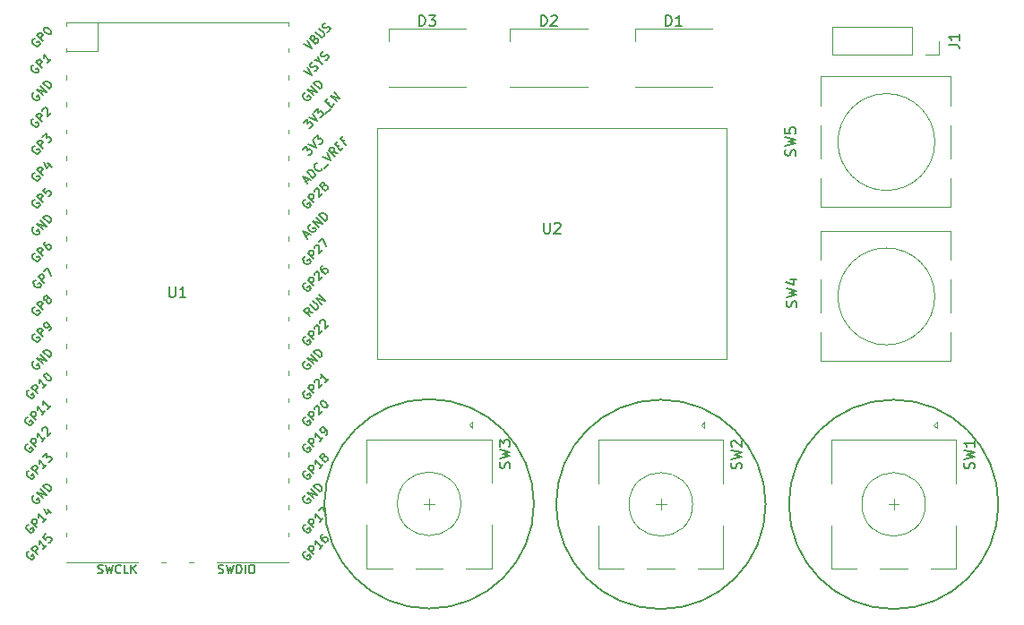
<source format=gbr>
%TF.GenerationSoftware,KiCad,Pcbnew,(6.0.7-1)-1*%
%TF.CreationDate,2022-09-01T12:29:15-04:00*%
%TF.ProjectId,pico-color-picker,7069636f-2d63-46f6-9c6f-722d7069636b,rev?*%
%TF.SameCoordinates,Original*%
%TF.FileFunction,Legend,Top*%
%TF.FilePolarity,Positive*%
%FSLAX46Y46*%
G04 Gerber Fmt 4.6, Leading zero omitted, Abs format (unit mm)*
G04 Created by KiCad (PCBNEW (6.0.7-1)-1) date 2022-09-01 12:29:15*
%MOMM*%
%LPD*%
G01*
G04 APERTURE LIST*
%ADD10C,0.200000*%
%ADD11C,0.150000*%
%ADD12C,0.120000*%
G04 APERTURE END LIST*
D10*
X126400000Y-111050000D02*
G75*
G03*
X126400000Y-111050000I-9900000J0D01*
G01*
X148300000Y-111100000D02*
G75*
G03*
X148300000Y-111100000I-9900000J0D01*
G01*
X170300000Y-111100000D02*
G75*
G03*
X170300000Y-111100000I-9900000J0D01*
G01*
D11*
%TO.C,SW3*%
X124104761Y-107683333D02*
X124152380Y-107540476D01*
X124152380Y-107302380D01*
X124104761Y-107207142D01*
X124057142Y-107159523D01*
X123961904Y-107111904D01*
X123866666Y-107111904D01*
X123771428Y-107159523D01*
X123723809Y-107207142D01*
X123676190Y-107302380D01*
X123628571Y-107492857D01*
X123580952Y-107588095D01*
X123533333Y-107635714D01*
X123438095Y-107683333D01*
X123342857Y-107683333D01*
X123247619Y-107635714D01*
X123200000Y-107588095D01*
X123152380Y-107492857D01*
X123152380Y-107254761D01*
X123200000Y-107111904D01*
X123152380Y-106778571D02*
X124152380Y-106540476D01*
X123438095Y-106350000D01*
X124152380Y-106159523D01*
X123152380Y-105921428D01*
X123152380Y-105635714D02*
X123152380Y-105016666D01*
X123533333Y-105350000D01*
X123533333Y-105207142D01*
X123580952Y-105111904D01*
X123628571Y-105064285D01*
X123723809Y-105016666D01*
X123961904Y-105016666D01*
X124057142Y-105064285D01*
X124104761Y-105111904D01*
X124152380Y-105207142D01*
X124152380Y-105492857D01*
X124104761Y-105588095D01*
X124057142Y-105635714D01*
%TO.C,SW1*%
X168004761Y-107733333D02*
X168052380Y-107590476D01*
X168052380Y-107352380D01*
X168004761Y-107257142D01*
X167957142Y-107209523D01*
X167861904Y-107161904D01*
X167766666Y-107161904D01*
X167671428Y-107209523D01*
X167623809Y-107257142D01*
X167576190Y-107352380D01*
X167528571Y-107542857D01*
X167480952Y-107638095D01*
X167433333Y-107685714D01*
X167338095Y-107733333D01*
X167242857Y-107733333D01*
X167147619Y-107685714D01*
X167100000Y-107638095D01*
X167052380Y-107542857D01*
X167052380Y-107304761D01*
X167100000Y-107161904D01*
X167052380Y-106828571D02*
X168052380Y-106590476D01*
X167338095Y-106400000D01*
X168052380Y-106209523D01*
X167052380Y-105971428D01*
X168052380Y-105066666D02*
X168052380Y-105638095D01*
X168052380Y-105352380D02*
X167052380Y-105352380D01*
X167195238Y-105447619D01*
X167290476Y-105542857D01*
X167338095Y-105638095D01*
%TO.C,U2*%
X127338095Y-84479380D02*
X127338095Y-85288904D01*
X127385714Y-85384142D01*
X127433333Y-85431761D01*
X127528571Y-85479380D01*
X127719047Y-85479380D01*
X127814285Y-85431761D01*
X127861904Y-85384142D01*
X127909523Y-85288904D01*
X127909523Y-84479380D01*
X128338095Y-84574619D02*
X128385714Y-84527000D01*
X128480952Y-84479380D01*
X128719047Y-84479380D01*
X128814285Y-84527000D01*
X128861904Y-84574619D01*
X128909523Y-84669857D01*
X128909523Y-84765095D01*
X128861904Y-84907952D01*
X128290476Y-85479380D01*
X128909523Y-85479380D01*
%TO.C,J1*%
X165602380Y-67633333D02*
X166316666Y-67633333D01*
X166459523Y-67680952D01*
X166554761Y-67776190D01*
X166602380Y-67919047D01*
X166602380Y-68014285D01*
X166602380Y-66633333D02*
X166602380Y-67204761D01*
X166602380Y-66919047D02*
X165602380Y-66919047D01*
X165745238Y-67014285D01*
X165840476Y-67109523D01*
X165888095Y-67204761D01*
%TO.C,SW2*%
X146004761Y-107733333D02*
X146052380Y-107590476D01*
X146052380Y-107352380D01*
X146004761Y-107257142D01*
X145957142Y-107209523D01*
X145861904Y-107161904D01*
X145766666Y-107161904D01*
X145671428Y-107209523D01*
X145623809Y-107257142D01*
X145576190Y-107352380D01*
X145528571Y-107542857D01*
X145480952Y-107638095D01*
X145433333Y-107685714D01*
X145338095Y-107733333D01*
X145242857Y-107733333D01*
X145147619Y-107685714D01*
X145100000Y-107638095D01*
X145052380Y-107542857D01*
X145052380Y-107304761D01*
X145100000Y-107161904D01*
X145052380Y-106828571D02*
X146052380Y-106590476D01*
X145338095Y-106400000D01*
X146052380Y-106209523D01*
X145052380Y-105971428D01*
X145147619Y-105638095D02*
X145100000Y-105590476D01*
X145052380Y-105495238D01*
X145052380Y-105257142D01*
X145100000Y-105161904D01*
X145147619Y-105114285D01*
X145242857Y-105066666D01*
X145338095Y-105066666D01*
X145480952Y-105114285D01*
X146052380Y-105685714D01*
X146052380Y-105066666D01*
%TO.C,D3*%
X115561904Y-65852380D02*
X115561904Y-64852380D01*
X115800000Y-64852380D01*
X115942857Y-64900000D01*
X116038095Y-64995238D01*
X116085714Y-65090476D01*
X116133333Y-65280952D01*
X116133333Y-65423809D01*
X116085714Y-65614285D01*
X116038095Y-65709523D01*
X115942857Y-65804761D01*
X115800000Y-65852380D01*
X115561904Y-65852380D01*
X116466666Y-64852380D02*
X117085714Y-64852380D01*
X116752380Y-65233333D01*
X116895238Y-65233333D01*
X116990476Y-65280952D01*
X117038095Y-65328571D01*
X117085714Y-65423809D01*
X117085714Y-65661904D01*
X117038095Y-65757142D01*
X116990476Y-65804761D01*
X116895238Y-65852380D01*
X116609523Y-65852380D01*
X116514285Y-65804761D01*
X116466666Y-65757142D01*
%TO.C,SW4*%
X151204761Y-92433333D02*
X151252380Y-92290476D01*
X151252380Y-92052380D01*
X151204761Y-91957142D01*
X151157142Y-91909523D01*
X151061904Y-91861904D01*
X150966666Y-91861904D01*
X150871428Y-91909523D01*
X150823809Y-91957142D01*
X150776190Y-92052380D01*
X150728571Y-92242857D01*
X150680952Y-92338095D01*
X150633333Y-92385714D01*
X150538095Y-92433333D01*
X150442857Y-92433333D01*
X150347619Y-92385714D01*
X150300000Y-92338095D01*
X150252380Y-92242857D01*
X150252380Y-92004761D01*
X150300000Y-91861904D01*
X150252380Y-91528571D02*
X151252380Y-91290476D01*
X150538095Y-91100000D01*
X151252380Y-90909523D01*
X150252380Y-90671428D01*
X150585714Y-89861904D02*
X151252380Y-89861904D01*
X150204761Y-90100000D02*
X150919047Y-90338095D01*
X150919047Y-89719047D01*
%TO.C,U1*%
X91933095Y-90507380D02*
X91933095Y-91316904D01*
X91980714Y-91412142D01*
X92028333Y-91459761D01*
X92123571Y-91507380D01*
X92314047Y-91507380D01*
X92409285Y-91459761D01*
X92456904Y-91412142D01*
X92504523Y-91316904D01*
X92504523Y-90507380D01*
X93504523Y-91507380D02*
X92933095Y-91507380D01*
X93218809Y-91507380D02*
X93218809Y-90507380D01*
X93123571Y-90650238D01*
X93028333Y-90745476D01*
X92933095Y-90793095D01*
X79208096Y-67046218D02*
X79127284Y-67073155D01*
X79046471Y-67153967D01*
X78992597Y-67261717D01*
X78992597Y-67369467D01*
X79019534Y-67450279D01*
X79100346Y-67584966D01*
X79181158Y-67665778D01*
X79315845Y-67746590D01*
X79396658Y-67773528D01*
X79504407Y-67773528D01*
X79612157Y-67719653D01*
X79666032Y-67665778D01*
X79719906Y-67558028D01*
X79719906Y-67504154D01*
X79531345Y-67315592D01*
X79423595Y-67423341D01*
X80016218Y-67315592D02*
X79450532Y-66749906D01*
X79666032Y-66534407D01*
X79746844Y-66507470D01*
X79800719Y-66507470D01*
X79881531Y-66534407D01*
X79962343Y-66615219D01*
X79989280Y-66696032D01*
X79989280Y-66749906D01*
X79962343Y-66830719D01*
X79746844Y-67046218D01*
X80123967Y-66076471D02*
X80177842Y-66022597D01*
X80258654Y-65995659D01*
X80312529Y-65995659D01*
X80393341Y-66022597D01*
X80528028Y-66103409D01*
X80662715Y-66238096D01*
X80743528Y-66372783D01*
X80770465Y-66453595D01*
X80770465Y-66507470D01*
X80743528Y-66588282D01*
X80689653Y-66642157D01*
X80608841Y-66669094D01*
X80554966Y-66669094D01*
X80474154Y-66642157D01*
X80339467Y-66561345D01*
X80204780Y-66426658D01*
X80123967Y-66291971D01*
X80097030Y-66211158D01*
X80097030Y-66157284D01*
X80123967Y-66076471D01*
X104846597Y-85795964D02*
X105115971Y-85526590D01*
X104954346Y-86011463D02*
X104577223Y-85257216D01*
X105331470Y-85634340D01*
X105277595Y-84610719D02*
X105196783Y-84637656D01*
X105115971Y-84718468D01*
X105062096Y-84826218D01*
X105062096Y-84933967D01*
X105089033Y-85014780D01*
X105169845Y-85149467D01*
X105250658Y-85230279D01*
X105385345Y-85311091D01*
X105466157Y-85338028D01*
X105573906Y-85338028D01*
X105681656Y-85284154D01*
X105735531Y-85230279D01*
X105789406Y-85122529D01*
X105789406Y-85068654D01*
X105600844Y-84880093D01*
X105493094Y-84987842D01*
X106085717Y-84880093D02*
X105520032Y-84314407D01*
X106408966Y-84556844D01*
X105843280Y-83991158D01*
X106678340Y-84287470D02*
X106112654Y-83721784D01*
X106247341Y-83587097D01*
X106355091Y-83533223D01*
X106462841Y-83533223D01*
X106543653Y-83560160D01*
X106678340Y-83640972D01*
X106759152Y-83721784D01*
X106839964Y-83856471D01*
X106866902Y-83937284D01*
X106866902Y-84045033D01*
X106813027Y-84152783D01*
X106678340Y-84287470D01*
X104617131Y-75013308D02*
X104967317Y-74663122D01*
X104994255Y-75067183D01*
X105075067Y-74986370D01*
X105155879Y-74959433D01*
X105209754Y-74959433D01*
X105290566Y-74986370D01*
X105425253Y-75121057D01*
X105452190Y-75201870D01*
X105452190Y-75255744D01*
X105425253Y-75336557D01*
X105263629Y-75498181D01*
X105182816Y-75525118D01*
X105128942Y-75525118D01*
X105128942Y-74501497D02*
X105883189Y-74878621D01*
X105506065Y-74124374D01*
X105640752Y-73989687D02*
X105990938Y-73639500D01*
X106017876Y-74043561D01*
X106098688Y-73962749D01*
X106179500Y-73935812D01*
X106233375Y-73935812D01*
X106314187Y-73962749D01*
X106448874Y-74097436D01*
X106475812Y-74178248D01*
X106475812Y-74232123D01*
X106448874Y-74312935D01*
X106287250Y-74474560D01*
X106206438Y-74501497D01*
X106152563Y-74501497D01*
X106718248Y-74151311D02*
X107149247Y-73720312D01*
X106933748Y-73235439D02*
X107122309Y-73046877D01*
X107499433Y-73262377D02*
X107230059Y-73531751D01*
X106664374Y-72966065D01*
X106933748Y-72696691D01*
X107741870Y-73019940D02*
X107176184Y-72454255D01*
X108065118Y-72696691D01*
X107499433Y-72131006D01*
X79181158Y-110253155D02*
X79100346Y-110280093D01*
X79019534Y-110360905D01*
X78965659Y-110468654D01*
X78965659Y-110576404D01*
X78992597Y-110657216D01*
X79073409Y-110791903D01*
X79154221Y-110872715D01*
X79288908Y-110953528D01*
X79369720Y-110980465D01*
X79477470Y-110980465D01*
X79585219Y-110926590D01*
X79639094Y-110872715D01*
X79692969Y-110764966D01*
X79692969Y-110711091D01*
X79504407Y-110522529D01*
X79396658Y-110630279D01*
X79989280Y-110522529D02*
X79423595Y-109956844D01*
X80312529Y-110199280D01*
X79746844Y-109633595D01*
X80581903Y-109929906D02*
X80016218Y-109364221D01*
X80150905Y-109229534D01*
X80258654Y-109175659D01*
X80366404Y-109175659D01*
X80447216Y-109202597D01*
X80581903Y-109283409D01*
X80662715Y-109364221D01*
X80743528Y-109498908D01*
X80770465Y-109579720D01*
X80770465Y-109687470D01*
X80716590Y-109795219D01*
X80581903Y-109929906D01*
X104792722Y-82301592D02*
X104711910Y-82328529D01*
X104631097Y-82409341D01*
X104577223Y-82517091D01*
X104577223Y-82624841D01*
X104604160Y-82705653D01*
X104684972Y-82840340D01*
X104765784Y-82921152D01*
X104900471Y-83001964D01*
X104981284Y-83028902D01*
X105089033Y-83028902D01*
X105196783Y-82975027D01*
X105250658Y-82921152D01*
X105304532Y-82813402D01*
X105304532Y-82759528D01*
X105115971Y-82570966D01*
X105008221Y-82678715D01*
X105600844Y-82570966D02*
X105035158Y-82005280D01*
X105250658Y-81789781D01*
X105331470Y-81762844D01*
X105385345Y-81762844D01*
X105466157Y-81789781D01*
X105546969Y-81870593D01*
X105573906Y-81951406D01*
X105573906Y-82005280D01*
X105546969Y-82086093D01*
X105331470Y-82301592D01*
X105627781Y-81520407D02*
X105627781Y-81466532D01*
X105654719Y-81385720D01*
X105789406Y-81251033D01*
X105870218Y-81224096D01*
X105924093Y-81224096D01*
X106004905Y-81251033D01*
X106058780Y-81304908D01*
X106112654Y-81412658D01*
X106112654Y-82059155D01*
X106462841Y-81708969D01*
X106462841Y-81062471D02*
X106382028Y-81089409D01*
X106328154Y-81089409D01*
X106247341Y-81062471D01*
X106220404Y-81035534D01*
X106193467Y-80954722D01*
X106193467Y-80900847D01*
X106220404Y-80820035D01*
X106328154Y-80712285D01*
X106408966Y-80685348D01*
X106462841Y-80685348D01*
X106543653Y-80712285D01*
X106570590Y-80739223D01*
X106597528Y-80820035D01*
X106597528Y-80873910D01*
X106570590Y-80954722D01*
X106462841Y-81062471D01*
X106435903Y-81143284D01*
X106435903Y-81197158D01*
X106462841Y-81277971D01*
X106570590Y-81385720D01*
X106651402Y-81412658D01*
X106705277Y-81412658D01*
X106786089Y-81385720D01*
X106893839Y-81277971D01*
X106920776Y-81197158D01*
X106920776Y-81143284D01*
X106893839Y-81062471D01*
X106786089Y-80954722D01*
X106705277Y-80927784D01*
X106651402Y-80927784D01*
X106570590Y-80954722D01*
X104615473Y-70124966D02*
X105369720Y-70502089D01*
X104992597Y-69747842D01*
X105692969Y-70124966D02*
X105800719Y-70071091D01*
X105935406Y-69936404D01*
X105962343Y-69855592D01*
X105962343Y-69801717D01*
X105935406Y-69720905D01*
X105881531Y-69667030D01*
X105800719Y-69640093D01*
X105746844Y-69640093D01*
X105666032Y-69667030D01*
X105531345Y-69747842D01*
X105450532Y-69774780D01*
X105396658Y-69774780D01*
X105315845Y-69747842D01*
X105261971Y-69693967D01*
X105235033Y-69613155D01*
X105235033Y-69559280D01*
X105261971Y-69478468D01*
X105396658Y-69343781D01*
X105504407Y-69289906D01*
X106123967Y-69209094D02*
X106393341Y-69478468D01*
X105639094Y-69101345D02*
X106123967Y-69209094D01*
X106016218Y-68724221D01*
X106716590Y-69101345D02*
X106824340Y-69047470D01*
X106959027Y-68912783D01*
X106985964Y-68831971D01*
X106985964Y-68778096D01*
X106959027Y-68697284D01*
X106905152Y-68643409D01*
X106824340Y-68616471D01*
X106770465Y-68616471D01*
X106689653Y-68643409D01*
X106554966Y-68724221D01*
X106474154Y-68751158D01*
X106420279Y-68751158D01*
X106339467Y-68724221D01*
X106285592Y-68670346D01*
X106258654Y-68589534D01*
X106258654Y-68535659D01*
X106285592Y-68454847D01*
X106420279Y-68320160D01*
X106528028Y-68266285D01*
X78684722Y-115575592D02*
X78603910Y-115602529D01*
X78523097Y-115683341D01*
X78469223Y-115791091D01*
X78469223Y-115898841D01*
X78496160Y-115979653D01*
X78576972Y-116114340D01*
X78657784Y-116195152D01*
X78792471Y-116275964D01*
X78873284Y-116302902D01*
X78981033Y-116302902D01*
X79088783Y-116249027D01*
X79142658Y-116195152D01*
X79196532Y-116087402D01*
X79196532Y-116033528D01*
X79007971Y-115844966D01*
X78900221Y-115952715D01*
X79492844Y-115844966D02*
X78927158Y-115279280D01*
X79142658Y-115063781D01*
X79223470Y-115036844D01*
X79277345Y-115036844D01*
X79358157Y-115063781D01*
X79438969Y-115144593D01*
X79465906Y-115225406D01*
X79465906Y-115279280D01*
X79438969Y-115360093D01*
X79223470Y-115575592D01*
X80354841Y-114982969D02*
X80031592Y-115306218D01*
X80193216Y-115144593D02*
X79627531Y-114578908D01*
X79654468Y-114713595D01*
X79654468Y-114821345D01*
X79627531Y-114902157D01*
X80300966Y-113905473D02*
X80031592Y-114174847D01*
X80274028Y-114471158D01*
X80274028Y-114417284D01*
X80300966Y-114336471D01*
X80435653Y-114201784D01*
X80516465Y-114174847D01*
X80570340Y-114174847D01*
X80651152Y-114201784D01*
X80785839Y-114336471D01*
X80812776Y-114417284D01*
X80812776Y-114471158D01*
X80785839Y-114551971D01*
X80651152Y-114686658D01*
X80570340Y-114713595D01*
X80516465Y-114713595D01*
X85185476Y-117578809D02*
X85299761Y-117616904D01*
X85490238Y-117616904D01*
X85566428Y-117578809D01*
X85604523Y-117540714D01*
X85642619Y-117464523D01*
X85642619Y-117388333D01*
X85604523Y-117312142D01*
X85566428Y-117274047D01*
X85490238Y-117235952D01*
X85337857Y-117197857D01*
X85261666Y-117159761D01*
X85223571Y-117121666D01*
X85185476Y-117045476D01*
X85185476Y-116969285D01*
X85223571Y-116893095D01*
X85261666Y-116855000D01*
X85337857Y-116816904D01*
X85528333Y-116816904D01*
X85642619Y-116855000D01*
X85909285Y-116816904D02*
X86099761Y-117616904D01*
X86252142Y-117045476D01*
X86404523Y-117616904D01*
X86595000Y-116816904D01*
X87356904Y-117540714D02*
X87318809Y-117578809D01*
X87204523Y-117616904D01*
X87128333Y-117616904D01*
X87014047Y-117578809D01*
X86937857Y-117502619D01*
X86899761Y-117426428D01*
X86861666Y-117274047D01*
X86861666Y-117159761D01*
X86899761Y-117007380D01*
X86937857Y-116931190D01*
X87014047Y-116855000D01*
X87128333Y-116816904D01*
X87204523Y-116816904D01*
X87318809Y-116855000D01*
X87356904Y-116893095D01*
X88080714Y-117616904D02*
X87699761Y-117616904D01*
X87699761Y-116816904D01*
X88347380Y-117616904D02*
X88347380Y-116816904D01*
X88804523Y-117616904D02*
X88461666Y-117159761D01*
X88804523Y-116816904D02*
X88347380Y-117274047D01*
X96599761Y-117578809D02*
X96714047Y-117616904D01*
X96904523Y-117616904D01*
X96980714Y-117578809D01*
X97018809Y-117540714D01*
X97056904Y-117464523D01*
X97056904Y-117388333D01*
X97018809Y-117312142D01*
X96980714Y-117274047D01*
X96904523Y-117235952D01*
X96752142Y-117197857D01*
X96675952Y-117159761D01*
X96637857Y-117121666D01*
X96599761Y-117045476D01*
X96599761Y-116969285D01*
X96637857Y-116893095D01*
X96675952Y-116855000D01*
X96752142Y-116816904D01*
X96942619Y-116816904D01*
X97056904Y-116855000D01*
X97323571Y-116816904D02*
X97514047Y-117616904D01*
X97666428Y-117045476D01*
X97818809Y-117616904D01*
X98009285Y-116816904D01*
X98314047Y-117616904D02*
X98314047Y-116816904D01*
X98504523Y-116816904D01*
X98618809Y-116855000D01*
X98695000Y-116931190D01*
X98733095Y-117007380D01*
X98771190Y-117159761D01*
X98771190Y-117274047D01*
X98733095Y-117426428D01*
X98695000Y-117502619D01*
X98618809Y-117578809D01*
X98504523Y-117616904D01*
X98314047Y-117616904D01*
X99114047Y-117616904D02*
X99114047Y-116816904D01*
X99647380Y-116816904D02*
X99799761Y-116816904D01*
X99875952Y-116855000D01*
X99952142Y-116931190D01*
X99990238Y-117083571D01*
X99990238Y-117350238D01*
X99952142Y-117502619D01*
X99875952Y-117578809D01*
X99799761Y-117616904D01*
X99647380Y-117616904D01*
X99571190Y-117578809D01*
X99495000Y-117502619D01*
X99456904Y-117350238D01*
X99456904Y-117083571D01*
X99495000Y-116931190D01*
X99571190Y-116855000D01*
X99647380Y-116816904D01*
X79208096Y-79746218D02*
X79127284Y-79773155D01*
X79046471Y-79853967D01*
X78992597Y-79961717D01*
X78992597Y-80069467D01*
X79019534Y-80150279D01*
X79100346Y-80284966D01*
X79181158Y-80365778D01*
X79315845Y-80446590D01*
X79396658Y-80473528D01*
X79504407Y-80473528D01*
X79612157Y-80419653D01*
X79666032Y-80365778D01*
X79719906Y-80258028D01*
X79719906Y-80204154D01*
X79531345Y-80015592D01*
X79423595Y-80123341D01*
X80016218Y-80015592D02*
X79450532Y-79449906D01*
X79666032Y-79234407D01*
X79746844Y-79207470D01*
X79800719Y-79207470D01*
X79881531Y-79234407D01*
X79962343Y-79315219D01*
X79989280Y-79396032D01*
X79989280Y-79449906D01*
X79962343Y-79530719D01*
X79746844Y-79746218D01*
X80447216Y-78830346D02*
X80824340Y-79207470D01*
X80097030Y-78749534D02*
X80366404Y-79288282D01*
X80716590Y-78938096D01*
X79181158Y-97553155D02*
X79100346Y-97580093D01*
X79019534Y-97660905D01*
X78965659Y-97768654D01*
X78965659Y-97876404D01*
X78992597Y-97957216D01*
X79073409Y-98091903D01*
X79154221Y-98172715D01*
X79288908Y-98253528D01*
X79369720Y-98280465D01*
X79477470Y-98280465D01*
X79585219Y-98226590D01*
X79639094Y-98172715D01*
X79692969Y-98064966D01*
X79692969Y-98011091D01*
X79504407Y-97822529D01*
X79396658Y-97930279D01*
X79989280Y-97822529D02*
X79423595Y-97256844D01*
X80312529Y-97499280D01*
X79746844Y-96933595D01*
X80581903Y-97229906D02*
X80016218Y-96664221D01*
X80150905Y-96529534D01*
X80258654Y-96475659D01*
X80366404Y-96475659D01*
X80447216Y-96502597D01*
X80581903Y-96583409D01*
X80662715Y-96664221D01*
X80743528Y-96798908D01*
X80770465Y-96879720D01*
X80770465Y-96987470D01*
X80716590Y-97095219D01*
X80581903Y-97229906D01*
X78638722Y-113035592D02*
X78557910Y-113062529D01*
X78477097Y-113143341D01*
X78423223Y-113251091D01*
X78423223Y-113358841D01*
X78450160Y-113439653D01*
X78530972Y-113574340D01*
X78611784Y-113655152D01*
X78746471Y-113735964D01*
X78827284Y-113762902D01*
X78935033Y-113762902D01*
X79042783Y-113709027D01*
X79096658Y-113655152D01*
X79150532Y-113547402D01*
X79150532Y-113493528D01*
X78961971Y-113304966D01*
X78854221Y-113412715D01*
X79446844Y-113304966D02*
X78881158Y-112739280D01*
X79096658Y-112523781D01*
X79177470Y-112496844D01*
X79231345Y-112496844D01*
X79312157Y-112523781D01*
X79392969Y-112604593D01*
X79419906Y-112685406D01*
X79419906Y-112739280D01*
X79392969Y-112820093D01*
X79177470Y-113035592D01*
X80308841Y-112442969D02*
X79985592Y-112766218D01*
X80147216Y-112604593D02*
X79581531Y-112038908D01*
X79608468Y-112173595D01*
X79608468Y-112281345D01*
X79581531Y-112362157D01*
X80416590Y-111580972D02*
X80793714Y-111958096D01*
X80066404Y-111500160D02*
X80335778Y-112038908D01*
X80685964Y-111688722D01*
X79181158Y-84853155D02*
X79100346Y-84880093D01*
X79019534Y-84960905D01*
X78965659Y-85068654D01*
X78965659Y-85176404D01*
X78992597Y-85257216D01*
X79073409Y-85391903D01*
X79154221Y-85472715D01*
X79288908Y-85553528D01*
X79369720Y-85580465D01*
X79477470Y-85580465D01*
X79585219Y-85526590D01*
X79639094Y-85472715D01*
X79692969Y-85364966D01*
X79692969Y-85311091D01*
X79504407Y-85122529D01*
X79396658Y-85230279D01*
X79989280Y-85122529D02*
X79423595Y-84556844D01*
X80312529Y-84799280D01*
X79746844Y-84233595D01*
X80581903Y-84529906D02*
X80016218Y-83964221D01*
X80150905Y-83829534D01*
X80258654Y-83775659D01*
X80366404Y-83775659D01*
X80447216Y-83802597D01*
X80581903Y-83883409D01*
X80662715Y-83964221D01*
X80743528Y-84098908D01*
X80770465Y-84179720D01*
X80770465Y-84287470D01*
X80716590Y-84395219D01*
X80581903Y-84529906D01*
X78538722Y-102875592D02*
X78457910Y-102902529D01*
X78377097Y-102983341D01*
X78323223Y-103091091D01*
X78323223Y-103198841D01*
X78350160Y-103279653D01*
X78430972Y-103414340D01*
X78511784Y-103495152D01*
X78646471Y-103575964D01*
X78727284Y-103602902D01*
X78835033Y-103602902D01*
X78942783Y-103549027D01*
X78996658Y-103495152D01*
X79050532Y-103387402D01*
X79050532Y-103333528D01*
X78861971Y-103144966D01*
X78754221Y-103252715D01*
X79346844Y-103144966D02*
X78781158Y-102579280D01*
X78996658Y-102363781D01*
X79077470Y-102336844D01*
X79131345Y-102336844D01*
X79212157Y-102363781D01*
X79292969Y-102444593D01*
X79319906Y-102525406D01*
X79319906Y-102579280D01*
X79292969Y-102660093D01*
X79077470Y-102875592D01*
X80208841Y-102282969D02*
X79885592Y-102606218D01*
X80047216Y-102444593D02*
X79481531Y-101878908D01*
X79508468Y-102013595D01*
X79508468Y-102121345D01*
X79481531Y-102202157D01*
X80747589Y-101744221D02*
X80424340Y-102067470D01*
X80585964Y-101905845D02*
X80020279Y-101340160D01*
X80047216Y-101474847D01*
X80047216Y-101582597D01*
X80020279Y-101663409D01*
X104792722Y-95255592D02*
X104711910Y-95282529D01*
X104631097Y-95363341D01*
X104577223Y-95471091D01*
X104577223Y-95578841D01*
X104604160Y-95659653D01*
X104684972Y-95794340D01*
X104765784Y-95875152D01*
X104900471Y-95955964D01*
X104981284Y-95982902D01*
X105089033Y-95982902D01*
X105196783Y-95929027D01*
X105250658Y-95875152D01*
X105304532Y-95767402D01*
X105304532Y-95713528D01*
X105115971Y-95524966D01*
X105008221Y-95632715D01*
X105600844Y-95524966D02*
X105035158Y-94959280D01*
X105250658Y-94743781D01*
X105331470Y-94716844D01*
X105385345Y-94716844D01*
X105466157Y-94743781D01*
X105546969Y-94824593D01*
X105573906Y-94905406D01*
X105573906Y-94959280D01*
X105546969Y-95040093D01*
X105331470Y-95255592D01*
X105627781Y-94474407D02*
X105627781Y-94420532D01*
X105654719Y-94339720D01*
X105789406Y-94205033D01*
X105870218Y-94178096D01*
X105924093Y-94178096D01*
X106004905Y-94205033D01*
X106058780Y-94258908D01*
X106112654Y-94366658D01*
X106112654Y-95013155D01*
X106462841Y-94662969D01*
X106166529Y-93935659D02*
X106166529Y-93881784D01*
X106193467Y-93800972D01*
X106328154Y-93666285D01*
X106408966Y-93639348D01*
X106462841Y-93639348D01*
X106543653Y-93666285D01*
X106597528Y-93720160D01*
X106651402Y-93827910D01*
X106651402Y-94474407D01*
X107001589Y-94124221D01*
X104584847Y-77545592D02*
X104935033Y-77195406D01*
X104961971Y-77599467D01*
X105042783Y-77518654D01*
X105123595Y-77491717D01*
X105177470Y-77491717D01*
X105258282Y-77518654D01*
X105392969Y-77653341D01*
X105419906Y-77734154D01*
X105419906Y-77788028D01*
X105392969Y-77868841D01*
X105231345Y-78030465D01*
X105150532Y-78057402D01*
X105096658Y-78057402D01*
X105096658Y-77033781D02*
X105850905Y-77410905D01*
X105473781Y-76656658D01*
X105608468Y-76521971D02*
X105958654Y-76171784D01*
X105985592Y-76575845D01*
X106066404Y-76495033D01*
X106147216Y-76468096D01*
X106201091Y-76468096D01*
X106281903Y-76495033D01*
X106416590Y-76629720D01*
X106443528Y-76710532D01*
X106443528Y-76764407D01*
X106416590Y-76845219D01*
X106254966Y-77006844D01*
X106174154Y-77033781D01*
X106120279Y-77033781D01*
X79208096Y-82286218D02*
X79127284Y-82313155D01*
X79046471Y-82393967D01*
X78992597Y-82501717D01*
X78992597Y-82609467D01*
X79019534Y-82690279D01*
X79100346Y-82824966D01*
X79181158Y-82905778D01*
X79315845Y-82986590D01*
X79396658Y-83013528D01*
X79504407Y-83013528D01*
X79612157Y-82959653D01*
X79666032Y-82905778D01*
X79719906Y-82798028D01*
X79719906Y-82744154D01*
X79531345Y-82555592D01*
X79423595Y-82663341D01*
X80016218Y-82555592D02*
X79450532Y-81989906D01*
X79666032Y-81774407D01*
X79746844Y-81747470D01*
X79800719Y-81747470D01*
X79881531Y-81774407D01*
X79962343Y-81855219D01*
X79989280Y-81936032D01*
X79989280Y-81989906D01*
X79962343Y-82070719D01*
X79746844Y-82286218D01*
X80285592Y-81154847D02*
X80016218Y-81424221D01*
X80258654Y-81720532D01*
X80258654Y-81666658D01*
X80285592Y-81585845D01*
X80420279Y-81451158D01*
X80501091Y-81424221D01*
X80554966Y-81424221D01*
X80635778Y-81451158D01*
X80770465Y-81585845D01*
X80797402Y-81666658D01*
X80797402Y-81720532D01*
X80770465Y-81801345D01*
X80635778Y-81936032D01*
X80554966Y-81962969D01*
X80501091Y-81962969D01*
X79181158Y-72153155D02*
X79100346Y-72180093D01*
X79019534Y-72260905D01*
X78965659Y-72368654D01*
X78965659Y-72476404D01*
X78992597Y-72557216D01*
X79073409Y-72691903D01*
X79154221Y-72772715D01*
X79288908Y-72853528D01*
X79369720Y-72880465D01*
X79477470Y-72880465D01*
X79585219Y-72826590D01*
X79639094Y-72772715D01*
X79692969Y-72664966D01*
X79692969Y-72611091D01*
X79504407Y-72422529D01*
X79396658Y-72530279D01*
X79989280Y-72422529D02*
X79423595Y-71856844D01*
X80312529Y-72099280D01*
X79746844Y-71533595D01*
X80581903Y-71829906D02*
X80016218Y-71264221D01*
X80150905Y-71129534D01*
X80258654Y-71075659D01*
X80366404Y-71075659D01*
X80447216Y-71102597D01*
X80581903Y-71183409D01*
X80662715Y-71264221D01*
X80743528Y-71398908D01*
X80770465Y-71479720D01*
X80770465Y-71587470D01*
X80716590Y-71695219D01*
X80581903Y-71829906D01*
X78684722Y-107955592D02*
X78603910Y-107982529D01*
X78523097Y-108063341D01*
X78469223Y-108171091D01*
X78469223Y-108278841D01*
X78496160Y-108359653D01*
X78576972Y-108494340D01*
X78657784Y-108575152D01*
X78792471Y-108655964D01*
X78873284Y-108682902D01*
X78981033Y-108682902D01*
X79088783Y-108629027D01*
X79142658Y-108575152D01*
X79196532Y-108467402D01*
X79196532Y-108413528D01*
X79007971Y-108224966D01*
X78900221Y-108332715D01*
X79492844Y-108224966D02*
X78927158Y-107659280D01*
X79142658Y-107443781D01*
X79223470Y-107416844D01*
X79277345Y-107416844D01*
X79358157Y-107443781D01*
X79438969Y-107524593D01*
X79465906Y-107605406D01*
X79465906Y-107659280D01*
X79438969Y-107740093D01*
X79223470Y-107955592D01*
X80354841Y-107362969D02*
X80031592Y-107686218D01*
X80193216Y-107524593D02*
X79627531Y-106958908D01*
X79654468Y-107093595D01*
X79654468Y-107201345D01*
X79627531Y-107282157D01*
X79977717Y-106608722D02*
X80327903Y-106258536D01*
X80354841Y-106662597D01*
X80435653Y-106581784D01*
X80516465Y-106554847D01*
X80570340Y-106554847D01*
X80651152Y-106581784D01*
X80785839Y-106716471D01*
X80812776Y-106797284D01*
X80812776Y-106851158D01*
X80785839Y-106931971D01*
X80624215Y-107093595D01*
X80543402Y-107120532D01*
X80489528Y-107120532D01*
X104792722Y-105415592D02*
X104711910Y-105442529D01*
X104631097Y-105523341D01*
X104577223Y-105631091D01*
X104577223Y-105738841D01*
X104604160Y-105819653D01*
X104684972Y-105954340D01*
X104765784Y-106035152D01*
X104900471Y-106115964D01*
X104981284Y-106142902D01*
X105089033Y-106142902D01*
X105196783Y-106089027D01*
X105250658Y-106035152D01*
X105304532Y-105927402D01*
X105304532Y-105873528D01*
X105115971Y-105684966D01*
X105008221Y-105792715D01*
X105600844Y-105684966D02*
X105035158Y-105119280D01*
X105250658Y-104903781D01*
X105331470Y-104876844D01*
X105385345Y-104876844D01*
X105466157Y-104903781D01*
X105546969Y-104984593D01*
X105573906Y-105065406D01*
X105573906Y-105119280D01*
X105546969Y-105200093D01*
X105331470Y-105415592D01*
X106462841Y-104822969D02*
X106139592Y-105146218D01*
X106301216Y-104984593D02*
X105735531Y-104418908D01*
X105762468Y-104553595D01*
X105762468Y-104661345D01*
X105735531Y-104742157D01*
X106732215Y-104553595D02*
X106839964Y-104445845D01*
X106866902Y-104365033D01*
X106866902Y-104311158D01*
X106839964Y-104176471D01*
X106759152Y-104041784D01*
X106543653Y-103826285D01*
X106462841Y-103799348D01*
X106408966Y-103799348D01*
X106328154Y-103826285D01*
X106220404Y-103934035D01*
X106193467Y-104014847D01*
X106193467Y-104068722D01*
X106220404Y-104149534D01*
X106355091Y-104284221D01*
X106435903Y-104311158D01*
X106489778Y-104311158D01*
X106570590Y-104284221D01*
X106678340Y-104176471D01*
X106705277Y-104095659D01*
X106705277Y-104041784D01*
X106678340Y-103960972D01*
X104792722Y-115575592D02*
X104711910Y-115602529D01*
X104631097Y-115683341D01*
X104577223Y-115791091D01*
X104577223Y-115898841D01*
X104604160Y-115979653D01*
X104684972Y-116114340D01*
X104765784Y-116195152D01*
X104900471Y-116275964D01*
X104981284Y-116302902D01*
X105089033Y-116302902D01*
X105196783Y-116249027D01*
X105250658Y-116195152D01*
X105304532Y-116087402D01*
X105304532Y-116033528D01*
X105115971Y-115844966D01*
X105008221Y-115952715D01*
X105600844Y-115844966D02*
X105035158Y-115279280D01*
X105250658Y-115063781D01*
X105331470Y-115036844D01*
X105385345Y-115036844D01*
X105466157Y-115063781D01*
X105546969Y-115144593D01*
X105573906Y-115225406D01*
X105573906Y-115279280D01*
X105546969Y-115360093D01*
X105331470Y-115575592D01*
X106462841Y-114982969D02*
X106139592Y-115306218D01*
X106301216Y-115144593D02*
X105735531Y-114578908D01*
X105762468Y-114713595D01*
X105762468Y-114821345D01*
X105735531Y-114902157D01*
X106382028Y-113932410D02*
X106274279Y-114040160D01*
X106247341Y-114120972D01*
X106247341Y-114174847D01*
X106274279Y-114309534D01*
X106355091Y-114444221D01*
X106570590Y-114659720D01*
X106651402Y-114686658D01*
X106705277Y-114686658D01*
X106786089Y-114659720D01*
X106893839Y-114551971D01*
X106920776Y-114471158D01*
X106920776Y-114417284D01*
X106893839Y-114336471D01*
X106759152Y-114201784D01*
X106678340Y-114174847D01*
X106624465Y-114174847D01*
X106543653Y-114201784D01*
X106435903Y-114309534D01*
X106408966Y-114390346D01*
X106408966Y-114444221D01*
X106435903Y-114525033D01*
X105533375Y-92998435D02*
X105075439Y-92917622D01*
X105210126Y-93321683D02*
X104644441Y-92755998D01*
X104859940Y-92540499D01*
X104940752Y-92513561D01*
X104994627Y-92513561D01*
X105075439Y-92540499D01*
X105156251Y-92621311D01*
X105183189Y-92702123D01*
X105183189Y-92755998D01*
X105156251Y-92836810D01*
X104940752Y-93052309D01*
X105210126Y-92190312D02*
X105668062Y-92648248D01*
X105748874Y-92675186D01*
X105802749Y-92675186D01*
X105883561Y-92648248D01*
X105991311Y-92540499D01*
X106018248Y-92459687D01*
X106018248Y-92405812D01*
X105991311Y-92325000D01*
X105533375Y-91867064D01*
X106368435Y-92163375D02*
X105802749Y-91597690D01*
X106691683Y-91840126D01*
X106125998Y-91274441D01*
X104781158Y-110253155D02*
X104700346Y-110280093D01*
X104619534Y-110360905D01*
X104565659Y-110468654D01*
X104565659Y-110576404D01*
X104592597Y-110657216D01*
X104673409Y-110791903D01*
X104754221Y-110872715D01*
X104888908Y-110953528D01*
X104969720Y-110980465D01*
X105077470Y-110980465D01*
X105185219Y-110926590D01*
X105239094Y-110872715D01*
X105292969Y-110764966D01*
X105292969Y-110711091D01*
X105104407Y-110522529D01*
X104996658Y-110630279D01*
X105589280Y-110522529D02*
X105023595Y-109956844D01*
X105912529Y-110199280D01*
X105346844Y-109633595D01*
X106181903Y-109929906D02*
X105616218Y-109364221D01*
X105750905Y-109229534D01*
X105858654Y-109175659D01*
X105966404Y-109175659D01*
X106047216Y-109202597D01*
X106181903Y-109283409D01*
X106262715Y-109364221D01*
X106343528Y-109498908D01*
X106370465Y-109579720D01*
X106370465Y-109687470D01*
X106316590Y-109795219D01*
X106181903Y-109929906D01*
X104849788Y-80588773D02*
X105119162Y-80319399D01*
X104957537Y-80804272D02*
X104580414Y-80050025D01*
X105334661Y-80427149D01*
X105523223Y-80238587D02*
X104957537Y-79672902D01*
X105092224Y-79538215D01*
X105199974Y-79484340D01*
X105307723Y-79484340D01*
X105388536Y-79511277D01*
X105523223Y-79592089D01*
X105604035Y-79672902D01*
X105684847Y-79807589D01*
X105711784Y-79888401D01*
X105711784Y-79996150D01*
X105657910Y-80103900D01*
X105523223Y-80238587D01*
X106358282Y-79295778D02*
X106358282Y-79349653D01*
X106304407Y-79457402D01*
X106250532Y-79511277D01*
X106142783Y-79565152D01*
X106035033Y-79565152D01*
X105954221Y-79538215D01*
X105819534Y-79457402D01*
X105738722Y-79376590D01*
X105657910Y-79241903D01*
X105630972Y-79161091D01*
X105630972Y-79053341D01*
X105684847Y-78945592D01*
X105738722Y-78891717D01*
X105846471Y-78837842D01*
X105900346Y-78837842D01*
X106573781Y-79295778D02*
X107004780Y-78864780D01*
X106439094Y-78191345D02*
X107193341Y-78568468D01*
X106816218Y-77814221D01*
X107893714Y-77868096D02*
X107435778Y-77787284D01*
X107570465Y-78191345D02*
X107004780Y-77625659D01*
X107220279Y-77410160D01*
X107301091Y-77383223D01*
X107354966Y-77383223D01*
X107435778Y-77410160D01*
X107516590Y-77490972D01*
X107543528Y-77571784D01*
X107543528Y-77625659D01*
X107516590Y-77706471D01*
X107301091Y-77921971D01*
X107839839Y-77329348D02*
X108028401Y-77140786D01*
X108405524Y-77356285D02*
X108136150Y-77625659D01*
X107570465Y-77059974D01*
X107839839Y-76790600D01*
X108540211Y-76628975D02*
X108351650Y-76817537D01*
X108647961Y-77113849D02*
X108082276Y-76548163D01*
X108351650Y-76278789D01*
X78538722Y-105415592D02*
X78457910Y-105442529D01*
X78377097Y-105523341D01*
X78323223Y-105631091D01*
X78323223Y-105738841D01*
X78350160Y-105819653D01*
X78430972Y-105954340D01*
X78511784Y-106035152D01*
X78646471Y-106115964D01*
X78727284Y-106142902D01*
X78835033Y-106142902D01*
X78942783Y-106089027D01*
X78996658Y-106035152D01*
X79050532Y-105927402D01*
X79050532Y-105873528D01*
X78861971Y-105684966D01*
X78754221Y-105792715D01*
X79346844Y-105684966D02*
X78781158Y-105119280D01*
X78996658Y-104903781D01*
X79077470Y-104876844D01*
X79131345Y-104876844D01*
X79212157Y-104903781D01*
X79292969Y-104984593D01*
X79319906Y-105065406D01*
X79319906Y-105119280D01*
X79292969Y-105200093D01*
X79077470Y-105415592D01*
X80208841Y-104822969D02*
X79885592Y-105146218D01*
X80047216Y-104984593D02*
X79481531Y-104418908D01*
X79508468Y-104553595D01*
X79508468Y-104661345D01*
X79481531Y-104742157D01*
X79912529Y-104095659D02*
X79912529Y-104041784D01*
X79939467Y-103960972D01*
X80074154Y-103826285D01*
X80154966Y-103799348D01*
X80208841Y-103799348D01*
X80289653Y-103826285D01*
X80343528Y-103880160D01*
X80397402Y-103987910D01*
X80397402Y-104634407D01*
X80747589Y-104284221D01*
X79108096Y-74666218D02*
X79027284Y-74693155D01*
X78946471Y-74773967D01*
X78892597Y-74881717D01*
X78892597Y-74989467D01*
X78919534Y-75070279D01*
X79000346Y-75204966D01*
X79081158Y-75285778D01*
X79215845Y-75366590D01*
X79296658Y-75393528D01*
X79404407Y-75393528D01*
X79512157Y-75339653D01*
X79566032Y-75285778D01*
X79619906Y-75178028D01*
X79619906Y-75124154D01*
X79431345Y-74935592D01*
X79323595Y-75043341D01*
X79916218Y-74935592D02*
X79350532Y-74369906D01*
X79566032Y-74154407D01*
X79646844Y-74127470D01*
X79700719Y-74127470D01*
X79781531Y-74154407D01*
X79862343Y-74235219D01*
X79889280Y-74316032D01*
X79889280Y-74369906D01*
X79862343Y-74450719D01*
X79646844Y-74666218D01*
X79943155Y-73885033D02*
X79943155Y-73831158D01*
X79970093Y-73750346D01*
X80104780Y-73615659D01*
X80185592Y-73588722D01*
X80239467Y-73588722D01*
X80320279Y-73615659D01*
X80374154Y-73669534D01*
X80428028Y-73777284D01*
X80428028Y-74423781D01*
X80778215Y-74073595D01*
X104792722Y-113035592D02*
X104711910Y-113062529D01*
X104631097Y-113143341D01*
X104577223Y-113251091D01*
X104577223Y-113358841D01*
X104604160Y-113439653D01*
X104684972Y-113574340D01*
X104765784Y-113655152D01*
X104900471Y-113735964D01*
X104981284Y-113762902D01*
X105089033Y-113762902D01*
X105196783Y-113709027D01*
X105250658Y-113655152D01*
X105304532Y-113547402D01*
X105304532Y-113493528D01*
X105115971Y-113304966D01*
X105008221Y-113412715D01*
X105600844Y-113304966D02*
X105035158Y-112739280D01*
X105250658Y-112523781D01*
X105331470Y-112496844D01*
X105385345Y-112496844D01*
X105466157Y-112523781D01*
X105546969Y-112604593D01*
X105573906Y-112685406D01*
X105573906Y-112739280D01*
X105546969Y-112820093D01*
X105331470Y-113035592D01*
X106462841Y-112442969D02*
X106139592Y-112766218D01*
X106301216Y-112604593D02*
X105735531Y-112038908D01*
X105762468Y-112173595D01*
X105762468Y-112281345D01*
X105735531Y-112362157D01*
X106085717Y-111688722D02*
X106462841Y-111311598D01*
X106786089Y-112119720D01*
X79208096Y-94986218D02*
X79127284Y-95013155D01*
X79046471Y-95093967D01*
X78992597Y-95201717D01*
X78992597Y-95309467D01*
X79019534Y-95390279D01*
X79100346Y-95524966D01*
X79181158Y-95605778D01*
X79315845Y-95686590D01*
X79396658Y-95713528D01*
X79504407Y-95713528D01*
X79612157Y-95659653D01*
X79666032Y-95605778D01*
X79719906Y-95498028D01*
X79719906Y-95444154D01*
X79531345Y-95255592D01*
X79423595Y-95363341D01*
X80016218Y-95255592D02*
X79450532Y-94689906D01*
X79666032Y-94474407D01*
X79746844Y-94447470D01*
X79800719Y-94447470D01*
X79881531Y-94474407D01*
X79962343Y-94555219D01*
X79989280Y-94636032D01*
X79989280Y-94689906D01*
X79962343Y-94770719D01*
X79746844Y-94986218D01*
X80608841Y-94662969D02*
X80716590Y-94555219D01*
X80743528Y-94474407D01*
X80743528Y-94420532D01*
X80716590Y-94285845D01*
X80635778Y-94151158D01*
X80420279Y-93935659D01*
X80339467Y-93908722D01*
X80285592Y-93908722D01*
X80204780Y-93935659D01*
X80097030Y-94043409D01*
X80070093Y-94124221D01*
X80070093Y-94178096D01*
X80097030Y-94258908D01*
X80231717Y-94393595D01*
X80312529Y-94420532D01*
X80366404Y-94420532D01*
X80447216Y-94393595D01*
X80554966Y-94285845D01*
X80581903Y-94205033D01*
X80581903Y-94151158D01*
X80554966Y-94070346D01*
X104792722Y-107955592D02*
X104711910Y-107982529D01*
X104631097Y-108063341D01*
X104577223Y-108171091D01*
X104577223Y-108278841D01*
X104604160Y-108359653D01*
X104684972Y-108494340D01*
X104765784Y-108575152D01*
X104900471Y-108655964D01*
X104981284Y-108682902D01*
X105089033Y-108682902D01*
X105196783Y-108629027D01*
X105250658Y-108575152D01*
X105304532Y-108467402D01*
X105304532Y-108413528D01*
X105115971Y-108224966D01*
X105008221Y-108332715D01*
X105600844Y-108224966D02*
X105035158Y-107659280D01*
X105250658Y-107443781D01*
X105331470Y-107416844D01*
X105385345Y-107416844D01*
X105466157Y-107443781D01*
X105546969Y-107524593D01*
X105573906Y-107605406D01*
X105573906Y-107659280D01*
X105546969Y-107740093D01*
X105331470Y-107955592D01*
X106462841Y-107362969D02*
X106139592Y-107686218D01*
X106301216Y-107524593D02*
X105735531Y-106958908D01*
X105762468Y-107093595D01*
X105762468Y-107201345D01*
X105735531Y-107282157D01*
X106462841Y-106716471D02*
X106382028Y-106743409D01*
X106328154Y-106743409D01*
X106247341Y-106716471D01*
X106220404Y-106689534D01*
X106193467Y-106608722D01*
X106193467Y-106554847D01*
X106220404Y-106474035D01*
X106328154Y-106366285D01*
X106408966Y-106339348D01*
X106462841Y-106339348D01*
X106543653Y-106366285D01*
X106570590Y-106393223D01*
X106597528Y-106474035D01*
X106597528Y-106527910D01*
X106570590Y-106608722D01*
X106462841Y-106716471D01*
X106435903Y-106797284D01*
X106435903Y-106851158D01*
X106462841Y-106931971D01*
X106570590Y-107039720D01*
X106651402Y-107066658D01*
X106705277Y-107066658D01*
X106786089Y-107039720D01*
X106893839Y-106931971D01*
X106920776Y-106851158D01*
X106920776Y-106797284D01*
X106893839Y-106716471D01*
X106786089Y-106608722D01*
X106705277Y-106581784D01*
X106651402Y-106581784D01*
X106570590Y-106608722D01*
X104648129Y-67582309D02*
X105402377Y-67959433D01*
X105025253Y-67205186D01*
X105671751Y-67097436D02*
X105779500Y-67043561D01*
X105833375Y-67043561D01*
X105914187Y-67070499D01*
X105994999Y-67151311D01*
X106021937Y-67232123D01*
X106021937Y-67285998D01*
X105995000Y-67366810D01*
X105779500Y-67582309D01*
X105213815Y-67016624D01*
X105402377Y-66828062D01*
X105483189Y-66801125D01*
X105537064Y-66801125D01*
X105617876Y-66828062D01*
X105671751Y-66881937D01*
X105698688Y-66962749D01*
X105698688Y-67016624D01*
X105671751Y-67097436D01*
X105483189Y-67285998D01*
X105779500Y-66450938D02*
X106237436Y-66908874D01*
X106318248Y-66935812D01*
X106372123Y-66935812D01*
X106452935Y-66908874D01*
X106560685Y-66801125D01*
X106587622Y-66720312D01*
X106587622Y-66666438D01*
X106560685Y-66585625D01*
X106102749Y-66127690D01*
X106883934Y-66424001D02*
X106991683Y-66370126D01*
X107126370Y-66235439D01*
X107153308Y-66154627D01*
X107153308Y-66100752D01*
X107126370Y-66019940D01*
X107072496Y-65966065D01*
X106991683Y-65939128D01*
X106937809Y-65939128D01*
X106856996Y-65966065D01*
X106722309Y-66046877D01*
X106641497Y-66073815D01*
X106587622Y-66073815D01*
X106506810Y-66046877D01*
X106452935Y-65993003D01*
X106425998Y-65912190D01*
X106425998Y-65858316D01*
X106452935Y-65777503D01*
X106587622Y-65642816D01*
X106695372Y-65588942D01*
X104792722Y-100345592D02*
X104711910Y-100372529D01*
X104631097Y-100453341D01*
X104577223Y-100561091D01*
X104577223Y-100668841D01*
X104604160Y-100749653D01*
X104684972Y-100884340D01*
X104765784Y-100965152D01*
X104900471Y-101045964D01*
X104981284Y-101072902D01*
X105089033Y-101072902D01*
X105196783Y-101019027D01*
X105250658Y-100965152D01*
X105304532Y-100857402D01*
X105304532Y-100803528D01*
X105115971Y-100614966D01*
X105008221Y-100722715D01*
X105600844Y-100614966D02*
X105035158Y-100049280D01*
X105250658Y-99833781D01*
X105331470Y-99806844D01*
X105385345Y-99806844D01*
X105466157Y-99833781D01*
X105546969Y-99914593D01*
X105573906Y-99995406D01*
X105573906Y-100049280D01*
X105546969Y-100130093D01*
X105331470Y-100345592D01*
X105627781Y-99564407D02*
X105627781Y-99510532D01*
X105654719Y-99429720D01*
X105789406Y-99295033D01*
X105870218Y-99268096D01*
X105924093Y-99268096D01*
X106004905Y-99295033D01*
X106058780Y-99348908D01*
X106112654Y-99456658D01*
X106112654Y-100103155D01*
X106462841Y-99752969D01*
X107001589Y-99214221D02*
X106678340Y-99537470D01*
X106839964Y-99375845D02*
X106274279Y-98810160D01*
X106301216Y-98944847D01*
X106301216Y-99052597D01*
X106274279Y-99133409D01*
X104781158Y-97553155D02*
X104700346Y-97580093D01*
X104619534Y-97660905D01*
X104565659Y-97768654D01*
X104565659Y-97876404D01*
X104592597Y-97957216D01*
X104673409Y-98091903D01*
X104754221Y-98172715D01*
X104888908Y-98253528D01*
X104969720Y-98280465D01*
X105077470Y-98280465D01*
X105185219Y-98226590D01*
X105239094Y-98172715D01*
X105292969Y-98064966D01*
X105292969Y-98011091D01*
X105104407Y-97822529D01*
X104996658Y-97930279D01*
X105589280Y-97822529D02*
X105023595Y-97256844D01*
X105912529Y-97499280D01*
X105346844Y-96933595D01*
X106181903Y-97229906D02*
X105616218Y-96664221D01*
X105750905Y-96529534D01*
X105858654Y-96475659D01*
X105966404Y-96475659D01*
X106047216Y-96502597D01*
X106181903Y-96583409D01*
X106262715Y-96664221D01*
X106343528Y-96798908D01*
X106370465Y-96879720D01*
X106370465Y-96987470D01*
X106316590Y-97095219D01*
X106181903Y-97229906D01*
X104792722Y-87645592D02*
X104711910Y-87672529D01*
X104631097Y-87753341D01*
X104577223Y-87861091D01*
X104577223Y-87968841D01*
X104604160Y-88049653D01*
X104684972Y-88184340D01*
X104765784Y-88265152D01*
X104900471Y-88345964D01*
X104981284Y-88372902D01*
X105089033Y-88372902D01*
X105196783Y-88319027D01*
X105250658Y-88265152D01*
X105304532Y-88157402D01*
X105304532Y-88103528D01*
X105115971Y-87914966D01*
X105008221Y-88022715D01*
X105600844Y-87914966D02*
X105035158Y-87349280D01*
X105250658Y-87133781D01*
X105331470Y-87106844D01*
X105385345Y-87106844D01*
X105466157Y-87133781D01*
X105546969Y-87214593D01*
X105573906Y-87295406D01*
X105573906Y-87349280D01*
X105546969Y-87430093D01*
X105331470Y-87645592D01*
X105627781Y-86864407D02*
X105627781Y-86810532D01*
X105654719Y-86729720D01*
X105789406Y-86595033D01*
X105870218Y-86568096D01*
X105924093Y-86568096D01*
X106004905Y-86595033D01*
X106058780Y-86648908D01*
X106112654Y-86756658D01*
X106112654Y-87403155D01*
X106462841Y-87052969D01*
X106085717Y-86298722D02*
X106462841Y-85921598D01*
X106786089Y-86729720D01*
X79108096Y-69576218D02*
X79027284Y-69603155D01*
X78946471Y-69683967D01*
X78892597Y-69791717D01*
X78892597Y-69899467D01*
X78919534Y-69980279D01*
X79000346Y-70114966D01*
X79081158Y-70195778D01*
X79215845Y-70276590D01*
X79296658Y-70303528D01*
X79404407Y-70303528D01*
X79512157Y-70249653D01*
X79566032Y-70195778D01*
X79619906Y-70088028D01*
X79619906Y-70034154D01*
X79431345Y-69845592D01*
X79323595Y-69953341D01*
X79916218Y-69845592D02*
X79350532Y-69279906D01*
X79566032Y-69064407D01*
X79646844Y-69037470D01*
X79700719Y-69037470D01*
X79781531Y-69064407D01*
X79862343Y-69145219D01*
X79889280Y-69226032D01*
X79889280Y-69279906D01*
X79862343Y-69360719D01*
X79646844Y-69576218D01*
X80778215Y-68983595D02*
X80454966Y-69306844D01*
X80616590Y-69145219D02*
X80050905Y-68579534D01*
X80077842Y-68714221D01*
X80077842Y-68821971D01*
X80050905Y-68902783D01*
X78684722Y-100335592D02*
X78603910Y-100362529D01*
X78523097Y-100443341D01*
X78469223Y-100551091D01*
X78469223Y-100658841D01*
X78496160Y-100739653D01*
X78576972Y-100874340D01*
X78657784Y-100955152D01*
X78792471Y-101035964D01*
X78873284Y-101062902D01*
X78981033Y-101062902D01*
X79088783Y-101009027D01*
X79142658Y-100955152D01*
X79196532Y-100847402D01*
X79196532Y-100793528D01*
X79007971Y-100604966D01*
X78900221Y-100712715D01*
X79492844Y-100604966D02*
X78927158Y-100039280D01*
X79142658Y-99823781D01*
X79223470Y-99796844D01*
X79277345Y-99796844D01*
X79358157Y-99823781D01*
X79438969Y-99904593D01*
X79465906Y-99985406D01*
X79465906Y-100039280D01*
X79438969Y-100120093D01*
X79223470Y-100335592D01*
X80354841Y-99742969D02*
X80031592Y-100066218D01*
X80193216Y-99904593D02*
X79627531Y-99338908D01*
X79654468Y-99473595D01*
X79654468Y-99581345D01*
X79627531Y-99662157D01*
X80139341Y-98827097D02*
X80193216Y-98773223D01*
X80274028Y-98746285D01*
X80327903Y-98746285D01*
X80408715Y-98773223D01*
X80543402Y-98854035D01*
X80678089Y-98988722D01*
X80758902Y-99123409D01*
X80785839Y-99204221D01*
X80785839Y-99258096D01*
X80758902Y-99338908D01*
X80705027Y-99392783D01*
X80624215Y-99419720D01*
X80570340Y-99419720D01*
X80489528Y-99392783D01*
X80354841Y-99311971D01*
X80220154Y-99177284D01*
X80139341Y-99042597D01*
X80112404Y-98961784D01*
X80112404Y-98907910D01*
X80139341Y-98827097D01*
X79208096Y-92446218D02*
X79127284Y-92473155D01*
X79046471Y-92553967D01*
X78992597Y-92661717D01*
X78992597Y-92769467D01*
X79019534Y-92850279D01*
X79100346Y-92984966D01*
X79181158Y-93065778D01*
X79315845Y-93146590D01*
X79396658Y-93173528D01*
X79504407Y-93173528D01*
X79612157Y-93119653D01*
X79666032Y-93065778D01*
X79719906Y-92958028D01*
X79719906Y-92904154D01*
X79531345Y-92715592D01*
X79423595Y-92823341D01*
X80016218Y-92715592D02*
X79450532Y-92149906D01*
X79666032Y-91934407D01*
X79746844Y-91907470D01*
X79800719Y-91907470D01*
X79881531Y-91934407D01*
X79962343Y-92015219D01*
X79989280Y-92096032D01*
X79989280Y-92149906D01*
X79962343Y-92230719D01*
X79746844Y-92446218D01*
X80339467Y-91745845D02*
X80258654Y-91772783D01*
X80204780Y-91772783D01*
X80123967Y-91745845D01*
X80097030Y-91718908D01*
X80070093Y-91638096D01*
X80070093Y-91584221D01*
X80097030Y-91503409D01*
X80204780Y-91395659D01*
X80285592Y-91368722D01*
X80339467Y-91368722D01*
X80420279Y-91395659D01*
X80447216Y-91422597D01*
X80474154Y-91503409D01*
X80474154Y-91557284D01*
X80447216Y-91638096D01*
X80339467Y-91745845D01*
X80312529Y-91826658D01*
X80312529Y-91880532D01*
X80339467Y-91961345D01*
X80447216Y-92069094D01*
X80528028Y-92096032D01*
X80581903Y-92096032D01*
X80662715Y-92069094D01*
X80770465Y-91961345D01*
X80797402Y-91880532D01*
X80797402Y-91826658D01*
X80770465Y-91745845D01*
X80662715Y-91638096D01*
X80581903Y-91611158D01*
X80528028Y-91611158D01*
X80447216Y-91638096D01*
X104792722Y-90175592D02*
X104711910Y-90202529D01*
X104631097Y-90283341D01*
X104577223Y-90391091D01*
X104577223Y-90498841D01*
X104604160Y-90579653D01*
X104684972Y-90714340D01*
X104765784Y-90795152D01*
X104900471Y-90875964D01*
X104981284Y-90902902D01*
X105089033Y-90902902D01*
X105196783Y-90849027D01*
X105250658Y-90795152D01*
X105304532Y-90687402D01*
X105304532Y-90633528D01*
X105115971Y-90444966D01*
X105008221Y-90552715D01*
X105600844Y-90444966D02*
X105035158Y-89879280D01*
X105250658Y-89663781D01*
X105331470Y-89636844D01*
X105385345Y-89636844D01*
X105466157Y-89663781D01*
X105546969Y-89744593D01*
X105573906Y-89825406D01*
X105573906Y-89879280D01*
X105546969Y-89960093D01*
X105331470Y-90175592D01*
X105627781Y-89394407D02*
X105627781Y-89340532D01*
X105654719Y-89259720D01*
X105789406Y-89125033D01*
X105870218Y-89098096D01*
X105924093Y-89098096D01*
X106004905Y-89125033D01*
X106058780Y-89178908D01*
X106112654Y-89286658D01*
X106112654Y-89933155D01*
X106462841Y-89582969D01*
X106382028Y-88532410D02*
X106274279Y-88640160D01*
X106247341Y-88720972D01*
X106247341Y-88774847D01*
X106274279Y-88909534D01*
X106355091Y-89044221D01*
X106570590Y-89259720D01*
X106651402Y-89286658D01*
X106705277Y-89286658D01*
X106786089Y-89259720D01*
X106893839Y-89151971D01*
X106920776Y-89071158D01*
X106920776Y-89017284D01*
X106893839Y-88936471D01*
X106759152Y-88801784D01*
X106678340Y-88774847D01*
X106624465Y-88774847D01*
X106543653Y-88801784D01*
X106435903Y-88909534D01*
X106408966Y-88990346D01*
X106408966Y-89044221D01*
X106435903Y-89125033D01*
X79208096Y-87366218D02*
X79127284Y-87393155D01*
X79046471Y-87473967D01*
X78992597Y-87581717D01*
X78992597Y-87689467D01*
X79019534Y-87770279D01*
X79100346Y-87904966D01*
X79181158Y-87985778D01*
X79315845Y-88066590D01*
X79396658Y-88093528D01*
X79504407Y-88093528D01*
X79612157Y-88039653D01*
X79666032Y-87985778D01*
X79719906Y-87878028D01*
X79719906Y-87824154D01*
X79531345Y-87635592D01*
X79423595Y-87743341D01*
X80016218Y-87635592D02*
X79450532Y-87069906D01*
X79666032Y-86854407D01*
X79746844Y-86827470D01*
X79800719Y-86827470D01*
X79881531Y-86854407D01*
X79962343Y-86935219D01*
X79989280Y-87016032D01*
X79989280Y-87069906D01*
X79962343Y-87150719D01*
X79746844Y-87366218D01*
X80258654Y-86261784D02*
X80150905Y-86369534D01*
X80123967Y-86450346D01*
X80123967Y-86504221D01*
X80150905Y-86638908D01*
X80231717Y-86773595D01*
X80447216Y-86989094D01*
X80528028Y-87016032D01*
X80581903Y-87016032D01*
X80662715Y-86989094D01*
X80770465Y-86881345D01*
X80797402Y-86800532D01*
X80797402Y-86746658D01*
X80770465Y-86665845D01*
X80635778Y-86531158D01*
X80554966Y-86504221D01*
X80501091Y-86504221D01*
X80420279Y-86531158D01*
X80312529Y-86638908D01*
X80285592Y-86719720D01*
X80285592Y-86773595D01*
X80312529Y-86854407D01*
X79308096Y-89876218D02*
X79227284Y-89903155D01*
X79146471Y-89983967D01*
X79092597Y-90091717D01*
X79092597Y-90199467D01*
X79119534Y-90280279D01*
X79200346Y-90414966D01*
X79281158Y-90495778D01*
X79415845Y-90576590D01*
X79496658Y-90603528D01*
X79604407Y-90603528D01*
X79712157Y-90549653D01*
X79766032Y-90495778D01*
X79819906Y-90388028D01*
X79819906Y-90334154D01*
X79631345Y-90145592D01*
X79523595Y-90253341D01*
X80116218Y-90145592D02*
X79550532Y-89579906D01*
X79766032Y-89364407D01*
X79846844Y-89337470D01*
X79900719Y-89337470D01*
X79981531Y-89364407D01*
X80062343Y-89445219D01*
X80089280Y-89526032D01*
X80089280Y-89579906D01*
X80062343Y-89660719D01*
X79846844Y-89876218D01*
X80062343Y-89068096D02*
X80439467Y-88690972D01*
X80762715Y-89499094D01*
X104781158Y-72153155D02*
X104700346Y-72180093D01*
X104619534Y-72260905D01*
X104565659Y-72368654D01*
X104565659Y-72476404D01*
X104592597Y-72557216D01*
X104673409Y-72691903D01*
X104754221Y-72772715D01*
X104888908Y-72853528D01*
X104969720Y-72880465D01*
X105077470Y-72880465D01*
X105185219Y-72826590D01*
X105239094Y-72772715D01*
X105292969Y-72664966D01*
X105292969Y-72611091D01*
X105104407Y-72422529D01*
X104996658Y-72530279D01*
X105589280Y-72422529D02*
X105023595Y-71856844D01*
X105912529Y-72099280D01*
X105346844Y-71533595D01*
X106181903Y-71829906D02*
X105616218Y-71264221D01*
X105750905Y-71129534D01*
X105858654Y-71075659D01*
X105966404Y-71075659D01*
X106047216Y-71102597D01*
X106181903Y-71183409D01*
X106262715Y-71264221D01*
X106343528Y-71398908D01*
X106370465Y-71479720D01*
X106370465Y-71587470D01*
X106316590Y-71695219D01*
X106181903Y-71829906D01*
X104792722Y-102875592D02*
X104711910Y-102902529D01*
X104631097Y-102983341D01*
X104577223Y-103091091D01*
X104577223Y-103198841D01*
X104604160Y-103279653D01*
X104684972Y-103414340D01*
X104765784Y-103495152D01*
X104900471Y-103575964D01*
X104981284Y-103602902D01*
X105089033Y-103602902D01*
X105196783Y-103549027D01*
X105250658Y-103495152D01*
X105304532Y-103387402D01*
X105304532Y-103333528D01*
X105115971Y-103144966D01*
X105008221Y-103252715D01*
X105600844Y-103144966D02*
X105035158Y-102579280D01*
X105250658Y-102363781D01*
X105331470Y-102336844D01*
X105385345Y-102336844D01*
X105466157Y-102363781D01*
X105546969Y-102444593D01*
X105573906Y-102525406D01*
X105573906Y-102579280D01*
X105546969Y-102660093D01*
X105331470Y-102875592D01*
X105627781Y-102094407D02*
X105627781Y-102040532D01*
X105654719Y-101959720D01*
X105789406Y-101825033D01*
X105870218Y-101798096D01*
X105924093Y-101798096D01*
X106004905Y-101825033D01*
X106058780Y-101878908D01*
X106112654Y-101986658D01*
X106112654Y-102633155D01*
X106462841Y-102282969D01*
X106247341Y-101367097D02*
X106301216Y-101313223D01*
X106382028Y-101286285D01*
X106435903Y-101286285D01*
X106516715Y-101313223D01*
X106651402Y-101394035D01*
X106786089Y-101528722D01*
X106866902Y-101663409D01*
X106893839Y-101744221D01*
X106893839Y-101798096D01*
X106866902Y-101878908D01*
X106813027Y-101932783D01*
X106732215Y-101959720D01*
X106678340Y-101959720D01*
X106597528Y-101932783D01*
X106462841Y-101851971D01*
X106328154Y-101717284D01*
X106247341Y-101582597D01*
X106220404Y-101501784D01*
X106220404Y-101447910D01*
X106247341Y-101367097D01*
X79208096Y-77206218D02*
X79127284Y-77233155D01*
X79046471Y-77313967D01*
X78992597Y-77421717D01*
X78992597Y-77529467D01*
X79019534Y-77610279D01*
X79100346Y-77744966D01*
X79181158Y-77825778D01*
X79315845Y-77906590D01*
X79396658Y-77933528D01*
X79504407Y-77933528D01*
X79612157Y-77879653D01*
X79666032Y-77825778D01*
X79719906Y-77718028D01*
X79719906Y-77664154D01*
X79531345Y-77475592D01*
X79423595Y-77583341D01*
X80016218Y-77475592D02*
X79450532Y-76909906D01*
X79666032Y-76694407D01*
X79746844Y-76667470D01*
X79800719Y-76667470D01*
X79881531Y-76694407D01*
X79962343Y-76775219D01*
X79989280Y-76856032D01*
X79989280Y-76909906D01*
X79962343Y-76990719D01*
X79746844Y-77206218D01*
X79962343Y-76398096D02*
X80312529Y-76047910D01*
X80339467Y-76451971D01*
X80420279Y-76371158D01*
X80501091Y-76344221D01*
X80554966Y-76344221D01*
X80635778Y-76371158D01*
X80770465Y-76505845D01*
X80797402Y-76586658D01*
X80797402Y-76640532D01*
X80770465Y-76721345D01*
X80608841Y-76882969D01*
X80528028Y-76909906D01*
X80474154Y-76909906D01*
%TO.C,D1*%
X138861904Y-65852380D02*
X138861904Y-64852380D01*
X139100000Y-64852380D01*
X139242857Y-64900000D01*
X139338095Y-64995238D01*
X139385714Y-65090476D01*
X139433333Y-65280952D01*
X139433333Y-65423809D01*
X139385714Y-65614285D01*
X139338095Y-65709523D01*
X139242857Y-65804761D01*
X139100000Y-65852380D01*
X138861904Y-65852380D01*
X140385714Y-65852380D02*
X139814285Y-65852380D01*
X140100000Y-65852380D02*
X140100000Y-64852380D01*
X140004761Y-64995238D01*
X139909523Y-65090476D01*
X139814285Y-65138095D01*
%TO.C,SW5*%
X151104761Y-78133333D02*
X151152380Y-77990476D01*
X151152380Y-77752380D01*
X151104761Y-77657142D01*
X151057142Y-77609523D01*
X150961904Y-77561904D01*
X150866666Y-77561904D01*
X150771428Y-77609523D01*
X150723809Y-77657142D01*
X150676190Y-77752380D01*
X150628571Y-77942857D01*
X150580952Y-78038095D01*
X150533333Y-78085714D01*
X150438095Y-78133333D01*
X150342857Y-78133333D01*
X150247619Y-78085714D01*
X150200000Y-78038095D01*
X150152380Y-77942857D01*
X150152380Y-77704761D01*
X150200000Y-77561904D01*
X150152380Y-77228571D02*
X151152380Y-76990476D01*
X150438095Y-76800000D01*
X151152380Y-76609523D01*
X150152380Y-76371428D01*
X150152380Y-75514285D02*
X150152380Y-75990476D01*
X150628571Y-76038095D01*
X150580952Y-75990476D01*
X150533333Y-75895238D01*
X150533333Y-75657142D01*
X150580952Y-75561904D01*
X150628571Y-75514285D01*
X150723809Y-75466666D01*
X150961904Y-75466666D01*
X151057142Y-75514285D01*
X151104761Y-75561904D01*
X151152380Y-75657142D01*
X151152380Y-75895238D01*
X151104761Y-75990476D01*
X151057142Y-76038095D01*
%TO.C,D2*%
X127061904Y-65852380D02*
X127061904Y-64852380D01*
X127300000Y-64852380D01*
X127442857Y-64900000D01*
X127538095Y-64995238D01*
X127585714Y-65090476D01*
X127633333Y-65280952D01*
X127633333Y-65423809D01*
X127585714Y-65614285D01*
X127538095Y-65709523D01*
X127442857Y-65804761D01*
X127300000Y-65852380D01*
X127061904Y-65852380D01*
X128014285Y-64947619D02*
X128061904Y-64900000D01*
X128157142Y-64852380D01*
X128395238Y-64852380D01*
X128490476Y-64900000D01*
X128538095Y-64947619D01*
X128585714Y-65042857D01*
X128585714Y-65138095D01*
X128538095Y-65280952D01*
X127966666Y-65852380D01*
X128585714Y-65852380D01*
D12*
%TO.C,SW3*%
X117800000Y-117150000D02*
X115200000Y-117150000D01*
X117000000Y-111050000D02*
X116000000Y-111050000D01*
X122400000Y-104950000D02*
X110600000Y-104950000D01*
X116500000Y-110550000D02*
X116500000Y-111550000D01*
X113000000Y-117150000D02*
X110600000Y-117150000D01*
X120300000Y-103550000D02*
X120600000Y-103250000D01*
X122400000Y-109050000D02*
X122400000Y-104950000D01*
X110600000Y-109050000D02*
X110600000Y-104950000D01*
X122400000Y-117150000D02*
X120000000Y-117150000D01*
X122400000Y-113050000D02*
X122400000Y-117150000D01*
X120600000Y-103250000D02*
X120600000Y-103850000D01*
X120600000Y-103850000D02*
X120300000Y-103550000D01*
X110600000Y-117150000D02*
X110600000Y-113050000D01*
X119500000Y-111050000D02*
G75*
G03*
X119500000Y-111050000I-3000000J0D01*
G01*
%TO.C,SW1*%
X164500000Y-103900000D02*
X164200000Y-103600000D01*
X160900000Y-111100000D02*
X159900000Y-111100000D01*
X164200000Y-103600000D02*
X164500000Y-103300000D01*
X161700000Y-117200000D02*
X159100000Y-117200000D01*
X154500000Y-117200000D02*
X154500000Y-113100000D01*
X154500000Y-109100000D02*
X154500000Y-105000000D01*
X156900000Y-117200000D02*
X154500000Y-117200000D01*
X166300000Y-109100000D02*
X166300000Y-105000000D01*
X166300000Y-113100000D02*
X166300000Y-117200000D01*
X160400000Y-110600000D02*
X160400000Y-111600000D01*
X166300000Y-105000000D02*
X154500000Y-105000000D01*
X164500000Y-103300000D02*
X164500000Y-103900000D01*
X166300000Y-117200000D02*
X163900000Y-117200000D01*
X163400000Y-111100000D02*
G75*
G03*
X163400000Y-111100000I-3000000J0D01*
G01*
%TO.C,U2*%
X111590000Y-75478000D02*
X144610000Y-75478000D01*
X144610000Y-75478000D02*
X144610000Y-97322000D01*
X144610000Y-97322000D02*
X111590000Y-97322000D01*
X111590000Y-97322000D02*
X111590000Y-75478000D01*
%TO.C,J1*%
X162150000Y-65990000D02*
X162150000Y-68610000D01*
X164710000Y-68610000D02*
X163400000Y-68610000D01*
X162150000Y-68610000D02*
X154590000Y-68610000D01*
X164710000Y-67300000D02*
X164710000Y-68610000D01*
X162150000Y-65990000D02*
X154590000Y-65990000D01*
X154590000Y-65990000D02*
X154590000Y-68610000D01*
%TO.C,SW2*%
X132500000Y-109100000D02*
X132500000Y-105000000D01*
X142500000Y-103900000D02*
X142200000Y-103600000D01*
X132500000Y-117200000D02*
X132500000Y-113100000D01*
X138900000Y-111100000D02*
X137900000Y-111100000D01*
X138400000Y-110600000D02*
X138400000Y-111600000D01*
X144300000Y-105000000D02*
X132500000Y-105000000D01*
X144300000Y-117200000D02*
X141900000Y-117200000D01*
X142500000Y-103300000D02*
X142500000Y-103900000D01*
X139700000Y-117200000D02*
X137100000Y-117200000D01*
X134900000Y-117200000D02*
X132500000Y-117200000D01*
X142200000Y-103600000D02*
X142500000Y-103300000D01*
X144300000Y-109100000D02*
X144300000Y-105000000D01*
X144300000Y-113100000D02*
X144300000Y-117200000D01*
X141400000Y-111100000D02*
G75*
G03*
X141400000Y-111100000I-3000000J0D01*
G01*
%TO.C,D3*%
X112650000Y-67300000D02*
X112650000Y-66150000D01*
X112650000Y-66150000D02*
X119950000Y-66150000D01*
X112650000Y-71650000D02*
X119950000Y-71650000D01*
%TO.C,SW4*%
X153460000Y-87970000D02*
X153460000Y-85250000D01*
X165760000Y-94830000D02*
X165760000Y-97550000D01*
X153460000Y-97550000D02*
X153460000Y-94830000D01*
X153460000Y-85250000D02*
X165760000Y-85250000D01*
X165760000Y-89830000D02*
X165760000Y-92970000D01*
X153460000Y-92970000D02*
X153460000Y-89830000D01*
X165760000Y-85250000D02*
X165760000Y-87970000D01*
X165760000Y-97550000D02*
X153460000Y-97550000D01*
X164289050Y-91440000D02*
G75*
G03*
X164289050Y-91440000I-4579050J0D01*
G01*
%TO.C,U1*%
X82195000Y-70555000D02*
X82195000Y-70955000D01*
X103195000Y-85755000D02*
X103195000Y-86155000D01*
X103195000Y-101055000D02*
X103195000Y-101455000D01*
X103195000Y-106155000D02*
X103195000Y-106555000D01*
X82195000Y-68222000D02*
X85202000Y-68222000D01*
X103195000Y-116555000D02*
X96395000Y-116555000D01*
X82195000Y-95955000D02*
X82195000Y-96355000D01*
X103195000Y-65555000D02*
X103195000Y-65855000D01*
X82195000Y-80655000D02*
X82195000Y-81055000D01*
X103195000Y-88355000D02*
X103195000Y-88755000D01*
X82195000Y-103555000D02*
X82195000Y-103955000D01*
X103195000Y-111155000D02*
X103195000Y-111555000D01*
X82195000Y-75655000D02*
X82195000Y-76055000D01*
X82195000Y-98455000D02*
X82195000Y-98855000D01*
X103195000Y-67955000D02*
X103195000Y-68355000D01*
X103195000Y-75655000D02*
X103195000Y-76055000D01*
X103195000Y-73055000D02*
X103195000Y-73455000D01*
X103195000Y-108655000D02*
X103195000Y-109055000D01*
X103195000Y-78155000D02*
X103195000Y-78555000D01*
X82195000Y-106155000D02*
X82195000Y-106555000D01*
X103195000Y-90855000D02*
X103195000Y-91255000D01*
X82195000Y-90855000D02*
X82195000Y-91255000D01*
X103195000Y-95955000D02*
X103195000Y-96355000D01*
X82195000Y-108655000D02*
X82195000Y-109055000D01*
X88995000Y-116555000D02*
X82195000Y-116555000D01*
X82195000Y-67955000D02*
X82195000Y-68355000D01*
X82195000Y-93355000D02*
X82195000Y-93755000D01*
X103195000Y-103555000D02*
X103195000Y-103955000D01*
X91195000Y-116555000D02*
X91595000Y-116555000D01*
X93795000Y-116555000D02*
X94195000Y-116555000D01*
X82195000Y-85755000D02*
X82195000Y-86155000D01*
X85202000Y-68222000D02*
X85202000Y-65555000D01*
X82195000Y-65555000D02*
X103195000Y-65555000D01*
X103195000Y-93355000D02*
X103195000Y-93755000D01*
X82195000Y-83255000D02*
X82195000Y-83655000D01*
X82195000Y-73055000D02*
X82195000Y-73455000D01*
X103195000Y-70555000D02*
X103195000Y-70955000D01*
X82195000Y-101055000D02*
X82195000Y-101455000D01*
X82195000Y-113755000D02*
X82195000Y-114155000D01*
X103195000Y-80655000D02*
X103195000Y-81055000D01*
X103195000Y-98455000D02*
X103195000Y-98855000D01*
X82195000Y-88355000D02*
X82195000Y-88755000D01*
X82195000Y-78155000D02*
X82195000Y-78555000D01*
X82195000Y-111155000D02*
X82195000Y-111555000D01*
X103195000Y-113755000D02*
X103195000Y-114155000D01*
X103195000Y-83255000D02*
X103195000Y-83655000D01*
X82195000Y-65555000D02*
X82195000Y-65855000D01*
%TO.C,D1*%
X135950000Y-67300000D02*
X135950000Y-66150000D01*
X135950000Y-71650000D02*
X143250000Y-71650000D01*
X135950000Y-66150000D02*
X143250000Y-66150000D01*
%TO.C,SW5*%
X153460000Y-73370000D02*
X153460000Y-70650000D01*
X165760000Y-70650000D02*
X165760000Y-73370000D01*
X165760000Y-82950000D02*
X153460000Y-82950000D01*
X153460000Y-82950000D02*
X153460000Y-80230000D01*
X153460000Y-78370000D02*
X153460000Y-75230000D01*
X165760000Y-80230000D02*
X165760000Y-82950000D01*
X165760000Y-75230000D02*
X165760000Y-78370000D01*
X153460000Y-70650000D02*
X165760000Y-70650000D01*
X164289050Y-76840000D02*
G75*
G03*
X164289050Y-76840000I-4579050J0D01*
G01*
%TO.C,D2*%
X124150000Y-71650000D02*
X131450000Y-71650000D01*
X124150000Y-66150000D02*
X131450000Y-66150000D01*
X124150000Y-67300000D02*
X124150000Y-66150000D01*
%TD*%
M02*

</source>
